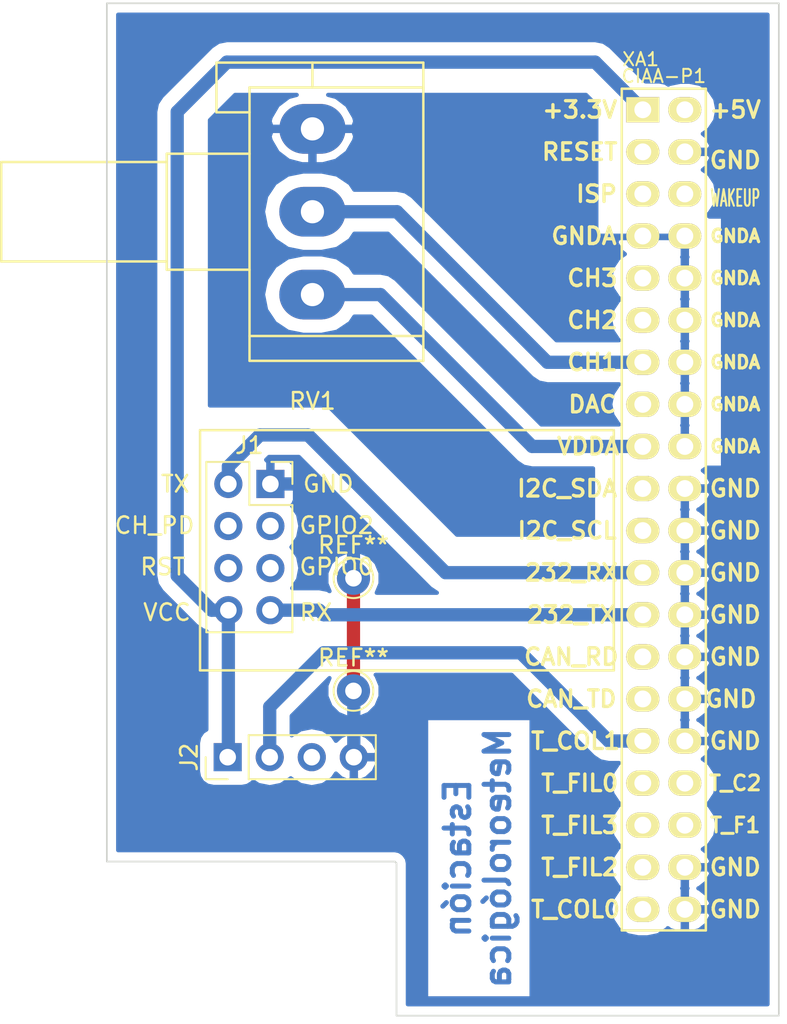
<source format=kicad_pcb>
(kicad_pcb (version 4) (host pcbnew 4.0.7)

  (general
    (links 25)
    (no_connects 0)
    (area 102.243919 53.898328 164.327896 125.610002)
    (thickness 1.6)
    (drawings 10)
    (tracks 35)
    (zones 0)
    (modules 6)
    (nets 31)
  )

  (page A4)
  (layers
    (0 F.Cu signal)
    (31 B.Cu signal)
    (32 B.Adhes user)
    (33 F.Adhes user)
    (34 B.Paste user)
    (35 F.Paste user)
    (36 B.SilkS user)
    (37 F.SilkS user)
    (38 B.Mask user)
    (39 F.Mask user)
    (40 Dwgs.User user hide)
    (41 Cmts.User user)
    (42 Eco1.User user)
    (43 Eco2.User user)
    (44 Edge.Cuts user)
    (45 Margin user)
    (46 B.CrtYd user)
    (47 F.CrtYd user)
    (48 B.Fab user)
    (49 F.Fab user)
  )

  (setup
    (last_trace_width 0.25)
    (trace_clearance 0.2)
    (zone_clearance 0.508)
    (zone_45_only yes)
    (trace_min 0.2)
    (segment_width 0.2)
    (edge_width 0.1)
    (via_size 0.6)
    (via_drill 0.4)
    (via_min_size 0.4)
    (via_min_drill 0.3)
    (uvia_size 0.3)
    (uvia_drill 0.1)
    (uvias_allowed no)
    (uvia_min_size 0.2)
    (uvia_min_drill 0.1)
    (pcb_text_width 0.3)
    (pcb_text_size 1.5 1.5)
    (mod_edge_width 0.15)
    (mod_text_size 1 1)
    (mod_text_width 0.15)
    (pad_size 1.5 1.5)
    (pad_drill 0.6)
    (pad_to_mask_clearance 0)
    (aux_axis_origin 0 0)
    (visible_elements 7FFFFFFF)
    (pcbplotparams
      (layerselection 0x00030_80000001)
      (usegerberextensions false)
      (excludeedgelayer true)
      (linewidth 0.100000)
      (plotframeref false)
      (viasonmask false)
      (mode 1)
      (useauxorigin false)
      (hpglpennumber 1)
      (hpglpenspeed 20)
      (hpglpendiameter 15)
      (hpglpenoverlay 2)
      (psnegative false)
      (psa4output false)
      (plotreference true)
      (plotvalue true)
      (plotinvisibletext false)
      (padsonsilk false)
      (subtractmaskfromsilk false)
      (outputformat 1)
      (mirror false)
      (drillshape 1)
      (scaleselection 1)
      (outputdirectory ""))
  )

  (net 0 "")
  (net 1 GNDD)
  (net 2 /rs232RXD)
  (net 3 "Net-(J1-Pad3)")
  (net 4 "Net-(J1-Pad4)")
  (net 5 "Net-(J1-Pad5)")
  (net 6 "Net-(J1-Pad6)")
  (net 7 /rs232TXD)
  (net 8 +3.3VP)
  (net 9 "Net-(J2-Pad2)")
  (net 10 "Net-(J2-Pad3)")
  (net 11 "Net-(RV1-Pad2)")
  (net 12 GNDA)
  (net 13 "Net-(RV1-Pad1)")
  (net 14 "Net-(XA1-Pad2)")
  (net 15 "Net-(XA1-Pad11)")
  (net 16 "Net-(XA1-Pad6)")
  (net 17 "Net-(XA1-Pad15)")
  (net 18 "Net-(XA1-Pad19)")
  (net 19 "Net-(XA1-Pad21)")
  (net 20 "Net-(XA1-Pad27)")
  (net 21 "Net-(XA1-Pad29)")
  (net 22 "Net-(XA1-Pad33)")
  (net 23 "Net-(XA1-Pad34)")
  (net 24 "Net-(XA1-Pad36)")
  (net 25 "Net-(XA1-Pad35)")
  (net 26 "Net-(XA1-Pad37)")
  (net 27 "Net-(XA1-Pad3)")
  (net 28 "Net-(XA1-Pad5)")
  (net 29 "Net-(XA1-Pad9)")
  (net 30 "Net-(XA1-Pad39)")

  (net_class Default "Esta es la clase de red por defecto."
    (clearance 0.2)
    (trace_width 0.25)
    (via_dia 0.6)
    (via_drill 0.4)
    (uvia_dia 0.3)
    (uvia_drill 0.1)
  )

  (net_class Poncho ""
    (clearance 0.8)
    (trace_width 0.8)
    (via_dia 1.6)
    (via_drill 0.6)
    (uvia_dia 0.3)
    (uvia_drill 0.1)
    (add_net +3.3VP)
    (add_net /rs232RXD)
    (add_net /rs232TXD)
    (add_net GNDA)
    (add_net GNDD)
    (add_net "Net-(J1-Pad3)")
    (add_net "Net-(J1-Pad4)")
    (add_net "Net-(J1-Pad5)")
    (add_net "Net-(J1-Pad6)")
    (add_net "Net-(J2-Pad2)")
    (add_net "Net-(J2-Pad3)")
    (add_net "Net-(RV1-Pad1)")
    (add_net "Net-(RV1-Pad2)")
    (add_net "Net-(XA1-Pad11)")
    (add_net "Net-(XA1-Pad15)")
    (add_net "Net-(XA1-Pad19)")
    (add_net "Net-(XA1-Pad2)")
    (add_net "Net-(XA1-Pad21)")
    (add_net "Net-(XA1-Pad27)")
    (add_net "Net-(XA1-Pad29)")
    (add_net "Net-(XA1-Pad3)")
    (add_net "Net-(XA1-Pad33)")
    (add_net "Net-(XA1-Pad34)")
    (add_net "Net-(XA1-Pad35)")
    (add_net "Net-(XA1-Pad36)")
    (add_net "Net-(XA1-Pad37)")
    (add_net "Net-(XA1-Pad39)")
    (add_net "Net-(XA1-Pad5)")
    (add_net "Net-(XA1-Pad6)")
    (add_net "Net-(XA1-Pad9)")
  )

  (module footprint:Conn_Poncho_Derecha (layer F.Cu) (tedit 5612F7EE) (tstamp 5A0229EB)
    (at 141.880001 70.125001)
    (tags "CONN Poncho")
    (path /59FA4502)
    (fp_text reference XA1 (at -0.127 -3.048) (layer F.SilkS)
      (effects (font (size 0.8 0.8) (thickness 0.12)))
    )
    (fp_text value Conn_Poncho2P_2x_20x2 (at -1.905 51.181) (layer F.SilkS) hide
      (effects (font (size 1.016 1.016) (thickness 0.2032)))
    )
    (fp_line (start -32.385 54.61) (end 8.255 54.61) (layer Dwgs.User) (width 0.15))
    (fp_line (start -32.385 -6.35) (end 8.255 -6.35) (layer Dwgs.User) (width 0.15))
    (fp_line (start -32.385 54.61) (end -32.385 -6.35) (layer Dwgs.User) (width 0.15))
    (fp_line (start 8.255 54.61) (end 8.255 -6.35) (layer Dwgs.User) (width 0.15))
    (fp_text user GND (at 5.588 48.26) (layer F.SilkS)
      (effects (font (size 1 1) (thickness 0.2)))
    )
    (fp_text user GND (at 5.588 45.72) (layer F.SilkS)
      (effects (font (size 1 1) (thickness 0.2)))
    )
    (fp_text user T_F1 (at 5.588 43.18) (layer F.SilkS)
      (effects (font (size 0.9 0.9) (thickness 0.18)))
    )
    (fp_text user T_C2 (at 5.588 40.64) (layer F.SilkS)
      (effects (font (size 0.9 0.9) (thickness 0.18)))
    )
    (fp_text user GND (at 5.588 38.1) (layer F.SilkS)
      (effects (font (size 1 1) (thickness 0.2)))
    )
    (fp_text user GND (at 5.334 35.56) (layer F.SilkS)
      (effects (font (size 1 1) (thickness 0.2)))
    )
    (fp_text user GND (at 5.588 33.02) (layer F.SilkS)
      (effects (font (size 1 1) (thickness 0.2)))
    )
    (fp_text user GND (at 5.588 30.48) (layer F.SilkS)
      (effects (font (size 1 1) (thickness 0.2)))
    )
    (fp_text user GND (at 5.588 27.94) (layer F.SilkS)
      (effects (font (size 1 1) (thickness 0.2)))
    )
    (fp_text user GND (at 5.588 25.4) (layer F.SilkS)
      (effects (font (size 1 1) (thickness 0.2)))
    )
    (fp_text user GND (at 5.588 22.86) (layer F.SilkS)
      (effects (font (size 1 1) (thickness 0.2)))
    )
    (fp_text user GNDA (at 5.588 20.32) (layer F.SilkS)
      (effects (font (size 0.76 0.76) (thickness 0.19)))
    )
    (fp_text user GNDA (at 5.588 17.78) (layer F.SilkS)
      (effects (font (size 0.76 0.76) (thickness 0.19)))
    )
    (fp_text user GNDA (at 5.588 15.24) (layer F.SilkS)
      (effects (font (size 0.76 0.76) (thickness 0.19)))
    )
    (fp_text user GNDA (at 5.588 12.7) (layer F.SilkS)
      (effects (font (size 0.76 0.76) (thickness 0.19)))
    )
    (fp_text user GNDA (at 5.588 10.16) (layer F.SilkS)
      (effects (font (size 0.76 0.76) (thickness 0.19)))
    )
    (fp_text user GNDA (at 5.588 7.62) (layer F.SilkS)
      (effects (font (size 0.76 0.76) (thickness 0.19)))
    )
    (fp_text user WAKEUP (at 5.588 5.334) (layer F.SilkS)
      (effects (font (size 1 0.5) (thickness 0.125)))
    )
    (fp_text user GND (at 5.588 3.048) (layer F.SilkS)
      (effects (font (size 1 1) (thickness 0.2)))
    )
    (fp_text user +5V (at 5.588 0) (layer F.SilkS)
      (effects (font (size 1 1) (thickness 0.2)))
    )
    (fp_text user T_COL0 (at -4.064 48.26) (layer F.SilkS)
      (effects (font (size 1 1) (thickness 0.2)))
    )
    (fp_text user T_FIL2 (at -3.81 45.72) (layer F.SilkS)
      (effects (font (size 1 1) (thickness 0.2)))
    )
    (fp_text user T_FIL3 (at -3.81 43.18) (layer F.SilkS)
      (effects (font (size 1 1) (thickness 0.2)))
    )
    (fp_text user T_FIL0 (at -3.81 40.64) (layer F.SilkS)
      (effects (font (size 1 1) (thickness 0.2)))
    )
    (fp_text user T_COL1 (at -4.064 38.1) (layer F.SilkS)
      (effects (font (size 1 1) (thickness 0.2)))
    )
    (fp_text user CAN_TD (at -4.318 35.56) (layer F.SilkS)
      (effects (font (size 1 1) (thickness 0.2)))
    )
    (fp_text user CAN_RD (at -4.318 33.02) (layer F.SilkS)
      (effects (font (size 1 1) (thickness 0.2)))
    )
    (fp_text user 232_TX (at -4.318 30.48) (layer F.SilkS)
      (effects (font (size 1 1) (thickness 0.2)))
    )
    (fp_text user 232_RX (at -4.318 27.94) (layer F.SilkS)
      (effects (font (size 1 1) (thickness 0.2)))
    )
    (fp_text user I2C_SCL (at -4.572 25.4) (layer F.SilkS)
      (effects (font (size 1 1) (thickness 0.2)))
    )
    (fp_text user I2C_SDA (at -4.572 22.86) (layer F.SilkS)
      (effects (font (size 1 1) (thickness 0.2)))
    )
    (fp_text user VDDA (at -3.302 20.32) (layer F.SilkS)
      (effects (font (size 1 1) (thickness 0.2)))
    )
    (fp_text user DAC (at -3.048 17.78) (layer F.SilkS)
      (effects (font (size 1 1) (thickness 0.2)))
    )
    (fp_text user CH1 (at -3.048 15.24) (layer F.SilkS)
      (effects (font (size 1 1) (thickness 0.2)))
    )
    (fp_text user CH2 (at -3.048 12.7) (layer F.SilkS)
      (effects (font (size 1 1) (thickness 0.2)))
    )
    (fp_text user CH3 (at -3.048 10.16) (layer F.SilkS)
      (effects (font (size 1 1) (thickness 0.2)))
    )
    (fp_text user GNDA (at -3.556 7.62) (layer F.SilkS)
      (effects (font (size 1 1) (thickness 0.2)))
    )
    (fp_text user ISP (at -2.794 5.08) (layer F.SilkS)
      (effects (font (size 1 1) (thickness 0.2)))
    )
    (fp_text user RESET (at -3.81 2.54) (layer F.SilkS)
      (effects (font (size 1 1) (thickness 0.2)))
    )
    (fp_text user CIAA-P1 (at 1.27 -2.032) (layer F.SilkS)
      (effects (font (size 0.8 0.8) (thickness 0.12)))
    )
    (fp_text user +3.3V (at -3.81 0) (layer F.SilkS)
      (effects (font (size 1 1) (thickness 0.2)))
    )
    (fp_line (start -1.27 49.53) (end -1.27 -1.27) (layer F.SilkS) (width 0.15))
    (fp_line (start 3.81 49.53) (end 3.81 -1.27) (layer F.SilkS) (width 0.15))
    (fp_line (start 3.81 49.53) (end -1.27 49.53) (layer F.SilkS) (width 0.15))
    (fp_line (start 3.81 -1.27) (end -1.27 -1.27) (layer F.SilkS) (width 0.15))
    (pad 1 thru_hole rect (at 0 0 270) (size 1.524 2) (drill 1.016) (layers *.Cu *.Mask F.SilkS)
      (net 8 +3.3VP))
    (pad 2 thru_hole oval (at 2.54 0 270) (size 1.524 2) (drill 1.016) (layers *.Cu *.Mask F.SilkS)
      (net 14 "Net-(XA1-Pad2)"))
    (pad 11 thru_hole oval (at 0 12.7 270) (size 1.524 2) (drill 1.016) (layers *.Cu *.Mask F.SilkS)
      (net 15 "Net-(XA1-Pad11)"))
    (pad 4 thru_hole oval (at 2.54 2.54 270) (size 1.524 2) (drill 1.016) (layers *.Cu *.Mask F.SilkS)
      (net 1 GNDD))
    (pad 13 thru_hole oval (at 0 15.24 270) (size 1.524 2) (drill 1.016) (layers *.Cu *.Mask F.SilkS)
      (net 11 "Net-(RV1-Pad2)"))
    (pad 6 thru_hole oval (at 2.54 5.08 270) (size 1.524 2) (drill 1.016) (layers *.Cu *.Mask F.SilkS)
      (net 16 "Net-(XA1-Pad6)"))
    (pad 15 thru_hole oval (at 0 17.78 270) (size 1.524 2) (drill 1.016) (layers *.Cu *.Mask F.SilkS)
      (net 17 "Net-(XA1-Pad15)"))
    (pad 8 thru_hole oval (at 2.54 7.62 270) (size 1.524 2) (drill 1.016) (layers *.Cu *.Mask F.SilkS)
      (net 12 GNDA))
    (pad 17 thru_hole oval (at 0 20.32 270) (size 1.524 2) (drill 1.016) (layers *.Cu *.Mask F.SilkS)
      (net 13 "Net-(RV1-Pad1)"))
    (pad 10 thru_hole oval (at 2.54 10.16 270) (size 1.524 2) (drill 1.016) (layers *.Cu *.Mask F.SilkS)
      (net 12 GNDA))
    (pad 19 thru_hole oval (at 0 22.86 270) (size 1.524 2) (drill 1.016) (layers *.Cu *.Mask F.SilkS)
      (net 18 "Net-(XA1-Pad19)"))
    (pad 12 thru_hole oval (at 2.54 12.7 270) (size 1.524 2) (drill 1.016) (layers *.Cu *.Mask F.SilkS)
      (net 12 GNDA))
    (pad 21 thru_hole oval (at 0 25.4 270) (size 1.524 2) (drill 1.016) (layers *.Cu *.Mask F.SilkS)
      (net 19 "Net-(XA1-Pad21)"))
    (pad 14 thru_hole oval (at 2.54 15.24 270) (size 1.524 2) (drill 1.016) (layers *.Cu *.Mask F.SilkS)
      (net 12 GNDA))
    (pad 23 thru_hole oval (at 0 27.94 270) (size 1.524 2) (drill 1.016) (layers *.Cu *.Mask F.SilkS)
      (net 2 /rs232RXD))
    (pad 16 thru_hole oval (at 2.54 17.78 270) (size 1.524 2) (drill 1.016) (layers *.Cu *.Mask F.SilkS)
      (net 12 GNDA))
    (pad 25 thru_hole oval (at 0 30.48 270) (size 1.524 2) (drill 1.016) (layers *.Cu *.Mask F.SilkS)
      (net 7 /rs232TXD))
    (pad 18 thru_hole oval (at 2.54 20.32 270) (size 1.524 2) (drill 1.016) (layers *.Cu *.Mask F.SilkS)
      (net 12 GNDA))
    (pad 27 thru_hole oval (at 0 33.02 270) (size 1.524 2) (drill 1.016) (layers *.Cu *.Mask F.SilkS)
      (net 20 "Net-(XA1-Pad27)"))
    (pad 20 thru_hole oval (at 2.54 22.86 270) (size 1.524 2) (drill 1.016) (layers *.Cu *.Mask F.SilkS)
      (net 1 GNDD))
    (pad 29 thru_hole oval (at 0 35.56 270) (size 1.524 2) (drill 1.016) (layers *.Cu *.Mask F.SilkS)
      (net 21 "Net-(XA1-Pad29)"))
    (pad 22 thru_hole oval (at 2.54 25.4 270) (size 1.524 2) (drill 1.016) (layers *.Cu *.Mask F.SilkS)
      (net 1 GNDD))
    (pad 31 thru_hole oval (at 0 38.1 270) (size 1.524 2) (drill 1.016) (layers *.Cu *.Mask F.SilkS)
      (net 9 "Net-(J2-Pad2)"))
    (pad 24 thru_hole oval (at 2.54 27.94 270) (size 1.524 2) (drill 1.016) (layers *.Cu *.Mask F.SilkS)
      (net 1 GNDD))
    (pad 26 thru_hole oval (at 2.54 30.48 270) (size 1.524 2) (drill 1.016) (layers *.Cu *.Mask F.SilkS)
      (net 1 GNDD))
    (pad 33 thru_hole oval (at 0 40.64 270) (size 1.524 2) (drill 1.016) (layers *.Cu *.Mask F.SilkS)
      (net 22 "Net-(XA1-Pad33)"))
    (pad 28 thru_hole oval (at 2.54 33.02 270) (size 1.524 2) (drill 1.016) (layers *.Cu *.Mask F.SilkS)
      (net 1 GNDD))
    (pad 32 thru_hole oval (at 2.54 38.1 270) (size 1.524 2) (drill 1.016) (layers *.Cu *.Mask F.SilkS)
      (net 1 GNDD))
    (pad 34 thru_hole oval (at 2.54 40.64 270) (size 1.524 2) (drill 1.016) (layers *.Cu *.Mask F.SilkS)
      (net 23 "Net-(XA1-Pad34)"))
    (pad 36 thru_hole oval (at 2.54 43.18 270) (size 1.524 2) (drill 1.016) (layers *.Cu *.Mask F.SilkS)
      (net 24 "Net-(XA1-Pad36)"))
    (pad 38 thru_hole oval (at 2.54 45.72 270) (size 1.524 2) (drill 1.016) (layers *.Cu *.Mask F.SilkS)
      (net 1 GNDD))
    (pad 35 thru_hole oval (at 0 43.18 270) (size 1.524 2) (drill 1.016) (layers *.Cu *.Mask F.SilkS)
      (net 25 "Net-(XA1-Pad35)"))
    (pad 37 thru_hole oval (at 0 45.72 270) (size 1.524 2) (drill 1.016) (layers *.Cu *.Mask F.SilkS)
      (net 26 "Net-(XA1-Pad37)"))
    (pad 3 thru_hole oval (at 0 2.54 270) (size 1.524 2) (drill 1.016) (layers *.Cu *.Mask F.SilkS)
      (net 27 "Net-(XA1-Pad3)"))
    (pad 5 thru_hole oval (at 0 5.08 270) (size 1.524 2) (drill 1.016) (layers *.Cu *.Mask F.SilkS)
      (net 28 "Net-(XA1-Pad5)"))
    (pad 7 thru_hole oval (at 0 7.62 270) (size 1.524 2) (drill 1.016) (layers *.Cu *.Mask F.SilkS)
      (net 12 GNDA))
    (pad 9 thru_hole oval (at 0 10.16 270) (size 1.524 2) (drill 1.016) (layers *.Cu *.Mask F.SilkS)
      (net 29 "Net-(XA1-Pad9)"))
    (pad 39 thru_hole oval (at 0 48.26 270) (size 1.524 2) (drill 1.016) (layers *.Cu *.Mask F.SilkS)
      (net 30 "Net-(XA1-Pad39)"))
    (pad 40 thru_hole oval (at 2.54 48.26 270) (size 1.524 2) (drill 1.016) (layers *.Cu *.Mask F.SilkS)
      (net 1 GNDD))
    (pad 30 thru_hole oval (at 2.54 35.56 270) (size 1.524 2) (drill 1.016) (layers *.Cu *.Mask F.SilkS)
      (net 1 GNDD))
  )

  (module footprint:Conector_ESP01 (layer F.Cu) (tedit 5A020CE8) (tstamp 5A0229B0)
    (at 119.38 92.71)
    (descr Conector_ESP01)
    (tags "Through hole socket strip THT 2x04 2.54mm double row")
    (path /5A020E0D)
    (fp_text reference J1 (at -1.27 -2.33) (layer F.SilkS)
      (effects (font (size 1 1) (thickness 0.15)))
    )
    (fp_text value Conn_ESP8266 (at -1.27 9.95) (layer F.Fab)
      (effects (font (size 1 1) (thickness 0.15)))
    )
    (fp_text user VCC (at -6.25 7.75) (layer F.SilkS)
      (effects (font (size 1 1) (thickness 0.15)))
    )
    (fp_text user RST (at -6.5 5) (layer F.SilkS)
      (effects (font (size 1 1) (thickness 0.15)))
    )
    (fp_text user CH_PD (at -7 2.5) (layer F.SilkS)
      (effects (font (size 1 1) (thickness 0.15)))
    )
    (fp_text user TX (at -5.75 0) (layer F.SilkS)
      (effects (font (size 1 1) (thickness 0.15)))
    )
    (fp_text user RX (at 2.75 7.75) (layer F.SilkS)
      (effects (font (size 1 1) (thickness 0.15)))
    )
    (fp_text user GPIO0 (at 4 5) (layer F.SilkS)
      (effects (font (size 1 1) (thickness 0.15)))
    )
    (fp_text user GPIO2 (at 4 2.5) (layer F.SilkS)
      (effects (font (size 1 1) (thickness 0.15)))
    )
    (fp_text user GND (at 3.5 0) (layer F.SilkS)
      (effects (font (size 1 1) (thickness 0.15)))
    )
    (fp_line (start -4.25 -3.25) (end -4.25 11.25) (layer F.SilkS) (width 0.15))
    (fp_line (start -4.25 11.25) (end 20.75 11.25) (layer F.SilkS) (width 0.15))
    (fp_line (start 20.75 11.25) (end 20.75 -3.25) (layer F.SilkS) (width 0.15))
    (fp_line (start 20.75 -3.25) (end -4.25 -3.25) (layer F.SilkS) (width 0.15))
    (fp_line (start -3.81 -1.27) (end -3.81 8.89) (layer F.Fab) (width 0.1))
    (fp_line (start -3.81 8.89) (end 1.27 8.89) (layer F.Fab) (width 0.1))
    (fp_line (start 1.27 8.89) (end 1.27 -1.27) (layer F.Fab) (width 0.1))
    (fp_line (start 1.27 -1.27) (end -3.81 -1.27) (layer F.Fab) (width 0.1))
    (fp_line (start 1.33 1.27) (end 1.33 8.95) (layer F.SilkS) (width 0.12))
    (fp_line (start 1.33 8.95) (end -3.87 8.95) (layer F.SilkS) (width 0.12))
    (fp_line (start -3.87 8.95) (end -3.87 -1.33) (layer F.SilkS) (width 0.12))
    (fp_line (start -3.87 -1.33) (end -1.27 -1.33) (layer F.SilkS) (width 0.12))
    (fp_line (start -1.27 -1.33) (end -1.27 1.27) (layer F.SilkS) (width 0.12))
    (fp_line (start -1.27 1.27) (end 1.33 1.27) (layer F.SilkS) (width 0.12))
    (fp_line (start 1.33 0) (end 1.33 -1.33) (layer F.SilkS) (width 0.12))
    (fp_line (start 1.33 -1.33) (end 0.06 -1.33) (layer F.SilkS) (width 0.12))
    (fp_line (start -4.35 -1.8) (end -4.35 9.4) (layer F.CrtYd) (width 0.05))
    (fp_line (start -4.35 9.4) (end 1.8 9.4) (layer F.CrtYd) (width 0.05))
    (fp_line (start 1.8 9.4) (end 1.8 -1.8) (layer F.CrtYd) (width 0.05))
    (fp_line (start 1.8 -1.8) (end -4.35 -1.8) (layer F.CrtYd) (width 0.05))
    (fp_text user %R (at -1.27 -2.33) (layer F.Fab)
      (effects (font (size 1 1) (thickness 0.15)))
    )
    (pad 1 thru_hole rect (at 0 0) (size 1.7 1.7) (drill 1) (layers *.Cu *.Mask)
      (net 1 GNDD))
    (pad 2 thru_hole oval (at -2.54 0) (size 1.7 1.7) (drill 1) (layers *.Cu *.Mask)
      (net 2 /rs232RXD))
    (pad 3 thru_hole oval (at 0 2.54) (size 1.7 1.7) (drill 1) (layers *.Cu *.Mask)
      (net 3 "Net-(J1-Pad3)"))
    (pad 4 thru_hole oval (at -2.54 2.54) (size 1.7 1.7) (drill 1) (layers *.Cu *.Mask)
      (net 4 "Net-(J1-Pad4)"))
    (pad 5 thru_hole oval (at 0 5.08) (size 1.7 1.7) (drill 1) (layers *.Cu *.Mask)
      (net 5 "Net-(J1-Pad5)"))
    (pad 6 thru_hole oval (at -2.54 5.08) (size 1.7 1.7) (drill 1) (layers *.Cu *.Mask)
      (net 6 "Net-(J1-Pad6)"))
    (pad 7 thru_hole oval (at 0 7.62) (size 1.7 1.7) (drill 1) (layers *.Cu *.Mask)
      (net 7 /rs232TXD))
    (pad 8 thru_hole oval (at -2.54 7.62) (size 1.7 1.7) (drill 1) (layers *.Cu *.Mask)
      (net 8 +3.3VP))
    (model ${KISYS3DMOD}/Socket_Strips.3dshapes/Socket_Strip_Straight_2x04_Pitch2.54mm.wrl
      (at (xyz -0.05 -0.15 0))
      (scale (xyz 1 1 1))
      (rotate (xyz 0 0 270))
    )
  )

  (module footprint:Socket_Strip_Straight_1x04_Pitch2.54mm (layer F.Cu) (tedit 58CD5446) (tstamp 5A0229B8)
    (at 116.8 109.2 90)
    (descr "Through hole straight socket strip, 1x04, 2.54mm pitch, single row")
    (tags "Through hole socket strip THT 1x04 2.54mm single row")
    (path /59FA4698)
    (fp_text reference J2 (at 0 -2.33 90) (layer F.SilkS)
      (effects (font (size 1 1) (thickness 0.15)))
    )
    (fp_text value Conn_DHT11 (at 0 9.95 90) (layer F.Fab)
      (effects (font (size 1 1) (thickness 0.15)))
    )
    (fp_line (start -1.27 -1.27) (end -1.27 8.89) (layer F.Fab) (width 0.1))
    (fp_line (start -1.27 8.89) (end 1.27 8.89) (layer F.Fab) (width 0.1))
    (fp_line (start 1.27 8.89) (end 1.27 -1.27) (layer F.Fab) (width 0.1))
    (fp_line (start 1.27 -1.27) (end -1.27 -1.27) (layer F.Fab) (width 0.1))
    (fp_line (start -1.33 1.27) (end -1.33 8.95) (layer F.SilkS) (width 0.12))
    (fp_line (start -1.33 8.95) (end 1.33 8.95) (layer F.SilkS) (width 0.12))
    (fp_line (start 1.33 8.95) (end 1.33 1.27) (layer F.SilkS) (width 0.12))
    (fp_line (start 1.33 1.27) (end -1.33 1.27) (layer F.SilkS) (width 0.12))
    (fp_line (start -1.33 0) (end -1.33 -1.33) (layer F.SilkS) (width 0.12))
    (fp_line (start -1.33 -1.33) (end 0 -1.33) (layer F.SilkS) (width 0.12))
    (fp_line (start -1.8 -1.8) (end -1.8 9.4) (layer F.CrtYd) (width 0.05))
    (fp_line (start -1.8 9.4) (end 1.8 9.4) (layer F.CrtYd) (width 0.05))
    (fp_line (start 1.8 9.4) (end 1.8 -1.8) (layer F.CrtYd) (width 0.05))
    (fp_line (start 1.8 -1.8) (end -1.8 -1.8) (layer F.CrtYd) (width 0.05))
    (fp_text user %R (at 0 -2.33 90) (layer F.Fab)
      (effects (font (size 1 1) (thickness 0.15)))
    )
    (pad 1 thru_hole rect (at 0 0 90) (size 1.7 1.7) (drill 1) (layers *.Cu *.Mask)
      (net 8 +3.3VP))
    (pad 2 thru_hole oval (at 0 2.54 90) (size 1.7 1.7) (drill 1) (layers *.Cu *.Mask)
      (net 9 "Net-(J2-Pad2)"))
    (pad 3 thru_hole oval (at 0 5.08 90) (size 1.7 1.7) (drill 1) (layers *.Cu *.Mask)
      (net 10 "Net-(J2-Pad3)"))
    (pad 4 thru_hole oval (at 0 7.62 90) (size 1.7 1.7) (drill 1) (layers *.Cu *.Mask)
      (net 1 GNDD))
    (model ${KISYS3DMOD}/Socket_Strips.3dshapes/Socket_Strip_Straight_1x04_Pitch2.54mm.wrl
      (at (xyz 0 -0.15 0))
      (scale (xyz 1 1 1))
      (rotate (xyz 0 0 270))
    )
  )

  (module footprint:Potentiometer_Alps-RK16-single_largePads (layer F.Cu) (tedit 5446FD75) (tstamp 5A0229BF)
    (at 121.92 81.28 180)
    (descr "Potentiometer, Alps, RK16, single, large Pads, RevA, 30 July 2010,")
    (tags "Potentiometer, Alps, RK16, single, large Pads, RevA, 30 July 2010,")
    (path /59FA4945)
    (fp_text reference RV1 (at 0 -6.42874 180) (layer F.SilkS)
      (effects (font (size 1 1) (thickness 0.15)))
    )
    (fp_text value POT (at 0 16.43126 180) (layer F.Fab)
      (effects (font (size 1 1) (thickness 0.15)))
    )
    (fp_line (start 0 14.00048) (end -6.70052 14.00048) (layer F.SilkS) (width 0.15))
    (fp_line (start -6.70052 14.00048) (end -6.70052 12.40028) (layer F.SilkS) (width 0.15))
    (fp_line (start 3.79984 -2.49936) (end 3.79984 -3.99796) (layer F.SilkS) (width 0.15))
    (fp_line (start 3.79984 -3.99796) (end -6.70052 -3.99796) (layer F.SilkS) (width 0.15))
    (fp_line (start -6.70052 -3.99796) (end -6.70052 -2.49936) (layer F.SilkS) (width 0.15))
    (fp_line (start 3.79984 11.00074) (end 5.79882 11.00074) (layer F.SilkS) (width 0.15))
    (fp_line (start 5.79882 11.00074) (end 5.79882 14.00048) (layer F.SilkS) (width 0.15))
    (fp_line (start 5.79882 14.00048) (end 0 14.00048) (layer F.SilkS) (width 0.15))
    (fp_line (start 0 14.00048) (end 0 12.50188) (layer F.SilkS) (width 0.15))
    (fp_line (start 8.8011 2.00152) (end 18.80108 2.00152) (layer F.SilkS) (width 0.15))
    (fp_line (start 18.80108 2.00152) (end 18.80108 8.001) (layer F.SilkS) (width 0.15))
    (fp_line (start 18.80108 8.001) (end 8.8011 8.001) (layer F.SilkS) (width 0.15))
    (fp_line (start 3.79984 1.50114) (end 8.8011 1.50114) (layer F.SilkS) (width 0.15))
    (fp_line (start 8.8011 1.50114) (end 8.8011 8.50138) (layer F.SilkS) (width 0.15))
    (fp_line (start 8.8011 8.50138) (end 3.79984 8.50138) (layer F.SilkS) (width 0.15))
    (fp_line (start 3.79984 -2.49936) (end -6.70052 -2.49936) (layer F.SilkS) (width 0.15))
    (fp_line (start -6.70052 -2.49936) (end -6.70052 12.50188) (layer F.SilkS) (width 0.15))
    (fp_line (start -6.70052 12.50188) (end 3.79984 12.50188) (layer F.SilkS) (width 0.15))
    (fp_line (start 3.79984 12.50188) (end 3.79984 -2.49936) (layer F.SilkS) (width 0.15))
    (pad 2 thru_hole oval (at 0 5.00126 180) (size 4.0005 2.99974) (drill 1.39954) (layers *.Cu *.Mask)
      (net 11 "Net-(RV1-Pad2)"))
    (pad 3 thru_hole oval (at 0 10.00252 180) (size 4.0005 2.99974) (drill 1.39954) (layers *.Cu *.Mask)
      (net 12 GNDA))
    (pad 1 thru_hole oval (at 0 0 180) (size 4.0005 2.99974) (drill 1.39954) (layers *.Cu *.Mask)
      (net 13 "Net-(RV1-Pad1)"))
  )

  (module Connectors_TestPoints:Test_Point_THTPad_d2.0mm_Drill1.0mm (layer F.Cu) (tedit 59B53D9E) (tstamp 5A0BB7AD)
    (at 124.4 98.4)
    (descr "THT pad as test Point, diameter 2.0mm, hole diameter 1.0mm")
    (tags "test point THT pad")
    (attr virtual)
    (fp_text reference REF** (at 0 -1.998) (layer F.SilkS)
      (effects (font (size 1 1) (thickness 0.15)))
    )
    (fp_text value Test_Point_THTPad_d2.0mm_Drill1.0mm (at 0 2.05) (layer F.Fab)
      (effects (font (size 1 1) (thickness 0.15)))
    )
    (fp_text user %R (at 0 -2) (layer F.Fab)
      (effects (font (size 1 1) (thickness 0.15)))
    )
    (fp_circle (center 0 0) (end 1.5 0) (layer F.CrtYd) (width 0.05))
    (fp_circle (center 0 0) (end 0 1.2) (layer F.SilkS) (width 0.12))
    (pad 1 np_thru_hole circle (at 0 0) (size 2 2) (drill 1) (layers *.Cu *.Mask))
  )

  (module Connectors_TestPoints:Test_Point_THTPad_d2.0mm_Drill1.0mm (layer F.Cu) (tedit 59B53D9E) (tstamp 5A0BB7BC)
    (at 124.4 105.2)
    (descr "THT pad as test Point, diameter 2.0mm, hole diameter 1.0mm")
    (tags "test point THT pad")
    (attr virtual)
    (fp_text reference REF** (at 0 -1.998) (layer F.SilkS)
      (effects (font (size 1 1) (thickness 0.15)))
    )
    (fp_text value Test_Point_THTPad_d2.0mm_Drill1.0mm (at 0 2.05) (layer F.Fab)
      (effects (font (size 1 1) (thickness 0.15)))
    )
    (fp_text user %R (at 0 -2) (layer F.Fab)
      (effects (font (size 1 1) (thickness 0.15)))
    )
    (fp_circle (center 0 0) (end 1.5 0) (layer F.CrtYd) (width 0.05))
    (fp_circle (center 0 0) (end 0 1.2) (layer F.SilkS) (width 0.12))
    (pad 1 np_thru_hole circle (at 0 0) (size 2 2) (drill 1) (layers *.Cu *.Mask))
  )

  (gr_text "Estación\nMeteorológica" (at 131.9 115.3 90) (layer B.Cu)
    (effects (font (size 1.5 1.5) (thickness 0.3)) (justify mirror))
  )
  (gr_line (start 127 124.8) (end 150.1 124.8) (angle 90) (layer Edge.Cuts) (width 0.1))
  (dimension 61.100082 (width 0.3) (layer Dwgs.User)
    (gr_text 61,100mm (at 158.399324 94.263665 89.9062263) (layer Dwgs.User)
      (effects (font (size 1.5 1.5) (thickness 0.3)))
    )
    (feature1 (pts (xy 150 124.8) (xy 159.699322 124.815875)))
    (feature2 (pts (xy 150.1 63.7) (xy 159.799322 63.715875)))
    (crossbar (pts (xy 157.099326 63.711456) (xy 156.999326 124.811456)))
    (arrow1a (pts (xy 156.999326 124.811456) (xy 156.41475 123.683994)))
    (arrow1b (pts (xy 156.999326 124.811456) (xy 157.58759 123.685914)))
    (arrow2a (pts (xy 157.099326 63.711456) (xy 156.511062 64.836998)))
    (arrow2b (pts (xy 157.099326 63.711456) (xy 157.683902 64.838918)))
  )
  (dimension 40.600123 (width 0.3) (layer Dwgs.User)
    (gr_text 40,600mm (at 129.820817 55.298324 359.8588777) (layer Dwgs.User)
      (effects (font (size 1.5 1.5) (thickness 0.3)))
    )
    (feature1 (pts (xy 150.1 63.8) (xy 150.124142 53.998328)))
    (feature2 (pts (xy 109.5 63.7) (xy 109.524142 53.898328)))
    (crossbar (pts (xy 109.517492 56.59832) (xy 150.117492 56.69832)))
    (arrow1a (pts (xy 150.117492 56.69832) (xy 148.989547 57.281964)))
    (arrow1b (pts (xy 150.117492 56.69832) (xy 148.992436 56.109126)))
    (arrow2a (pts (xy 109.517492 56.59832) (xy 110.642548 57.187514)))
    (arrow2b (pts (xy 109.517492 56.59832) (xy 110.645437 56.014676)))
  )
  (gr_line (start 127 115.6) (end 127 124.8) (angle 90) (layer Edge.Cuts) (width 0.1))
  (gr_line (start 126.9 115.5) (end 127 115.6) (angle 90) (layer Edge.Cuts) (width 0.1))
  (gr_line (start 109.5 115.5) (end 126.9 115.5) (angle 90) (layer Edge.Cuts) (width 0.1))
  (gr_line (start 109.5 63.7) (end 109.5 115.5) (angle 90) (layer Edge.Cuts) (width 0.1))
  (gr_line (start 150.1 63.7) (end 109.5 63.7) (angle 90) (layer Edge.Cuts) (width 0.1))
  (gr_line (start 150.1 124.7) (end 150.1 63.7) (angle 90) (layer Edge.Cuts) (width 0.1))

  (segment (start 119.38 92.71) (end 121.11 92.71) (width 0.8) (layer B.Cu) (net 1))
  (segment (start 121.11 92.71) (end 124.4 96) (width 0.8) (layer B.Cu) (net 1) (tstamp 5A08C3BC))
  (segment (start 124.4 96) (end 124.4 98.4) (width 0.8) (layer B.Cu) (net 1) (tstamp 5A08C3C0))
  (via (at 124.4 98.4) (size 1.6) (drill 0.6) (layers F.Cu B.Cu) (net 1))
  (segment (start 124.4 98.4) (end 124.4 105.2) (width 0.8) (layer F.Cu) (net 1) (tstamp 5A08C3C8))
  (via (at 124.4 105.2) (size 1.6) (drill 0.6) (layers F.Cu B.Cu) (net 1))
  (segment (start 124.4 105.2) (end 124.42 105.22) (width 0.8) (layer B.Cu) (net 1) (tstamp 5A08C3D0))
  (segment (start 124.42 105.22) (end 124.42 109.2) (width 0.8) (layer B.Cu) (net 1) (tstamp 5A08C3D1))
  (segment (start 116.84 92.71) (end 116.84 91.66) (width 0.8) (layer B.Cu) (net 2))
  (segment (start 129.965001 98.065001) (end 141.880001 98.065001) (width 0.8) (layer B.Cu) (net 2) (tstamp 5A023036))
  (segment (start 121.65 89.75) (end 129.965001 98.065001) (width 0.8) (layer B.Cu) (net 2) (tstamp 5A023031))
  (segment (start 118.75 89.75) (end 121.65 89.75) (width 0.8) (layer B.Cu) (net 2) (tstamp 5A02302F))
  (segment (start 116.84 91.66) (end 118.75 89.75) (width 0.8) (layer B.Cu) (net 2) (tstamp 5A02302C))
  (segment (start 119.38 100.33) (end 122.33 100.33) (width 0.8) (layer B.Cu) (net 7))
  (segment (start 122.605001 100.605001) (end 141.880001 100.605001) (width 0.8) (layer B.Cu) (net 7) (tstamp 5A023A51))
  (segment (start 122.33 100.33) (end 122.605001 100.605001) (width 0.8) (layer B.Cu) (net 7) (tstamp 5A023A47))
  (segment (start 116.84 100.33) (end 116.84 109.16) (width 0.8) (layer B.Cu) (net 8))
  (segment (start 116.84 109.16) (end 116.8 109.2) (width 0.8) (layer B.Cu) (net 8) (tstamp 5A08C2B6))
  (segment (start 116.84 100.33) (end 115.83 100.33) (width 0.8) (layer B.Cu) (net 8))
  (segment (start 139.005 67.25) (end 141.880001 70.125001) (width 0.8) (layer B.Cu) (net 8) (tstamp 5A023022))
  (segment (start 116.75 67.25) (end 139.005 67.25) (width 0.8) (layer B.Cu) (net 8) (tstamp 5A023020))
  (segment (start 113.75 70.25) (end 116.75 67.25) (width 0.8) (layer B.Cu) (net 8) (tstamp 5A02301E))
  (segment (start 113.75 98.25) (end 113.75 70.25) (width 0.8) (layer B.Cu) (net 8) (tstamp 5A02301A))
  (segment (start 115.83 100.33) (end 113.75 98.25) (width 0.8) (layer B.Cu) (net 8) (tstamp 5A023019))
  (segment (start 119.34 109.2) (end 119.34 106.159999) (width 0.8) (layer B.Cu) (net 9))
  (segment (start 139.825001 108.225001) (end 141.880001 108.225001) (width 0.8) (layer B.Cu) (net 9) (tstamp 5A08C380))
  (segment (start 134.5 102.9) (end 139.825001 108.225001) (width 0.8) (layer B.Cu) (net 9) (tstamp 5A08C37A))
  (segment (start 122.599999 102.9) (end 134.5 102.9) (width 0.8) (layer B.Cu) (net 9) (tstamp 5A08C376))
  (segment (start 119.34 106.159999) (end 122.599999 102.9) (width 0.8) (layer B.Cu) (net 9) (tstamp 5A08C372))
  (segment (start 121.92 76.27874) (end 127.02874 76.27874) (width 0.8) (layer B.Cu) (net 11))
  (segment (start 136.115001 85.365001) (end 141.880001 85.365001) (width 0.8) (layer B.Cu) (net 11) (tstamp 5A022FBA))
  (segment (start 127.02874 76.27874) (end 136.115001 85.365001) (width 0.8) (layer B.Cu) (net 11) (tstamp 5A022FAC))
  (segment (start 121.92 81.28) (end 126.03 81.28) (width 0.8) (layer B.Cu) (net 13))
  (segment (start 135.195001 90.445001) (end 141.880001 90.445001) (width 0.8) (layer B.Cu) (net 13) (tstamp 5A022FD6))
  (segment (start 126.03 81.28) (end 135.195001 90.445001) (width 0.8) (layer B.Cu) (net 13) (tstamp 5A022FD1))

  (zone (net 1) (net_name GNDD) (layer B.Cu) (tstamp 5A08C590) (hatch edge 0.508)
    (connect_pads (clearance 0.508))
    (min_thickness 0.254)
    (fill yes (arc_segments 16) (thermal_gap 0.508) (thermal_bridge_width 0.508))
    (polygon
      (pts
        (xy 150.6 125.3) (xy 126.5 125.2) (xy 126.5 116.1) (xy 109 116.1) (xy 109.1 63.5)
        (xy 150.6 63.5)
      )
    )
    (polygon
      (pts        (xy 117.1 68.4) (xy 114.9 70.6) (xy 114.9 88.7) (xy 122.4 88.7) (xy 130.3 96.6)
        (xy 139.7 96.6) (xy 139.7 91.6) (xy 146.6 91.6) (xy 146.6 76.7) (xy 140 76.7)
        (xy 140 69.8) (xy 138.6 68.4)
      )
    )
    (filled_polygon
      (pts
        (xy 149.415 124.115) (xy 127.685 124.115) (xy 127.685 115.6) (xy 127.632857 115.337862) (xy 127.484368 115.115632)
        (xy 127.384368 115.015632) (xy 127.162138 114.867143) (xy 126.9 114.815) (xy 110.185 114.815) (xy 110.185 70.25)
        (xy 112.423 70.25) (xy 112.423 98.25) (xy 112.524012 98.757821) (xy 112.811669 99.188331) (xy 114.891669 101.268331)
        (xy 115.322179 101.555988) (xy 115.513 101.593945) (xy 115.513 107.529627) (xy 115.290967 107.672501) (xy 115.079304 107.982279)
        (xy 115.004839 108.35) (xy 115.004839 110.05) (xy 115.069478 110.393526) (xy 115.272501 110.709033) (xy 115.582279 110.920696)
        (xy 115.95 110.995161) (xy 117.65 110.995161) (xy 117.993526 110.930522) (xy 118.309033 110.727499) (xy 118.349114 110.668839)
        (xy 118.659972 110.876547) (xy 119.34 111.011813) (xy 120.020028 110.876547) (xy 120.596529 110.491342) (xy 120.61 110.471181)
        (xy 120.623471 110.491342) (xy 121.199972 110.876547) (xy 121.88 111.011813) (xy 122.560028 110.876547) (xy 123.136529 110.491342)
        (xy 123.340207 110.186516) (xy 123.653076 110.471645) (xy 124.06311 110.641476) (xy 124.293 110.520155) (xy 124.293 109.327)
        (xy 124.547 109.327) (xy 124.547 110.520155) (xy 124.77689 110.641476) (xy 125.186924 110.471645) (xy 125.615183 110.081358)
        (xy 125.861486 109.556892) (xy 125.740819 109.327) (xy 124.547 109.327) (xy 124.293 109.327) (xy 124.273 109.327)
        (xy 124.273 109.073) (xy 124.293 109.073) (xy 124.293 107.879845) (xy 124.547 107.879845) (xy 124.547 109.073)
        (xy 125.740819 109.073) (xy 125.861486 108.843108) (xy 125.615183 108.318642) (xy 125.186924 107.928355) (xy 124.77689 107.758524)
        (xy 124.547 107.879845) (xy 124.293 107.879845) (xy 124.06311 107.758524) (xy 123.653076 107.928355) (xy 123.340207 108.213484)
        (xy 123.136529 107.908658) (xy 122.560028 107.523453) (xy 121.88 107.388187) (xy 121.199972 107.523453) (xy 120.667 107.879573)
        (xy 120.667 106.843571) (xy 128.79 106.843571) (xy 128.79 123.756428) (xy 135.16 123.756428) (xy 135.16 106.843571)
        (xy 128.79 106.843571) (xy 120.667 106.843571) (xy 120.667 106.709661) (xy 122.95131 104.425351) (xy 122.765284 104.873352)
        (xy 122.764716 105.523795) (xy 123.013106 106.124943) (xy 123.472637 106.585278) (xy 124.073352 106.834716) (xy 124.723795 106.835284)
        (xy 125.324943 106.586894) (xy 125.785278 106.127363) (xy 126.034716 105.526648) (xy 126.035284 104.876205) (xy 125.786894 104.275057)
        (xy 125.738921 104.227) (xy 133.950338 104.227) (xy 138.886668 109.163329) (xy 138.88667 109.163332) (xy 139.31718 109.450989)
        (xy 139.401434 109.467748) (xy 139.825001 109.552002) (xy 139.825006 109.552001) (xy 140.437928 109.552001) (xy 140.409946 109.570698)
        (xy 140.043816 110.118649) (xy 139.915249 110.765001) (xy 140.043816 111.411353) (xy 140.409946 111.959304) (xy 140.523234 112.035001)
        (xy 140.409946 112.110698) (xy 140.043816 112.658649) (xy 139.915249 113.305001) (xy 140.043816 113.951353) (xy 140.409946 114.499304)
        (xy 140.523234 114.575001) (xy 140.409946 114.650698) (xy 140.043816 115.198649) (xy 139.915249 115.845001) (xy 140.043816 116.491353)
        (xy 140.409946 117.039304) (xy 140.523234 117.115001) (xy 140.409946 117.190698) (xy 140.043816 117.738649) (xy 139.915249 118.385001)
        (xy 140.043816 119.031353) (xy 140.409946 119.579304) (xy 140.957897 119.945434) (xy 141.604249 120.074001) (xy 142.155753 120.074001)
        (xy 142.802105 119.945434) (xy 143.350056 119.579304) (xy 143.391075 119.517914) (xy 143.544087 119.638423) (xy 144.072309 119.787131)
        (xy 144.293001 119.628278) (xy 144.293001 118.512001) (xy 144.547001 118.512001) (xy 144.547001 119.628278) (xy 144.767693 119.787131)
        (xy 145.295915 119.638423) (xy 145.727021 119.298893) (xy 145.995378 118.820231) (xy 146.012221 118.728071) (xy 145.889721 118.512001)
        (xy 144.547001 118.512001) (xy 144.293001 118.512001) (xy 144.273001 118.512001) (xy 144.273001 118.258001) (xy 144.293001 118.258001)
        (xy 144.293001 117.141724) (xy 144.255875 117.115001) (xy 144.293001 117.088278) (xy 144.293001 115.972001) (xy 144.547001 115.972001)
        (xy 144.547001 117.088278) (xy 144.584127 117.115001) (xy 144.547001 117.141724) (xy 144.547001 118.258001) (xy 145.889721 118.258001)
        (xy 146.012221 118.041931) (xy 145.995378 117.949771) (xy 145.727021 117.471109) (xy 145.295915 117.131579) (xy 145.237029 117.115001)
        (xy 145.295915 117.098423) (xy 145.727021 116.758893) (xy 145.995378 116.280231) (xy 146.012221 116.188071) (xy 145.889721 115.972001)
        (xy 144.547001 115.972001) (xy 144.293001 115.972001) (xy 144.273001 115.972001) (xy 144.273001 115.718001) (xy 144.293001 115.718001)
        (xy 144.293001 115.698001) (xy 144.547001 115.698001) (xy 144.547001 115.718001) (xy 145.889721 115.718001) (xy 146.012221 115.501931)
        (xy 145.995378 115.409771) (xy 145.727021 114.931109) (xy 145.505234 114.756434) (xy 145.890056 114.499304) (xy 146.256186 113.951353)
        (xy 146.384753 113.305001) (xy 146.256186 112.658649) (xy 145.890056 112.110698) (xy 145.776768 112.035001) (xy 145.890056 111.959304)
        (xy 146.256186 111.411353) (xy 146.384753 110.765001) (xy 146.256186 110.118649) (xy 145.890056 109.570698) (xy 145.505234 109.313568)
        (xy 145.727021 109.138893) (xy 145.995378 108.660231) (xy 146.012221 108.568071) (xy 145.889721 108.352001) (xy 144.547001 108.352001)
        (xy 144.547001 108.372001) (xy 144.293001 108.372001) (xy 144.293001 108.352001) (xy 144.273001 108.352001) (xy 144.273001 108.098001)
        (xy 144.293001 108.098001) (xy 144.293001 106.981724) (xy 144.255875 106.955001) (xy 144.293001 106.928278) (xy 144.293001 105.812001)
        (xy 144.547001 105.812001) (xy 144.547001 106.928278) (xy 144.584127 106.955001) (xy 144.547001 106.981724) (xy 144.547001 108.098001)
        (xy 145.889721 108.098001) (xy 146.012221 107.881931) (xy 145.995378 107.789771) (xy 145.727021 107.311109) (xy 145.295915 106.971579)
        (xy 145.237029 106.955001) (xy 145.295915 106.938423) (xy 145.727021 106.598893) (xy 145.995378 106.120231) (xy 146.012221 106.028071)
        (xy 145.889721 105.812001) (xy 144.547001 105.812001) (xy 144.293001 105.812001) (xy 144.273001 105.812001) (xy 144.273001 105.558001)
        (xy 144.293001 105.558001) (xy 144.293001 104.441724) (xy 144.255875 104.415001) (xy 144.293001 104.388278) (xy 144.293001 103.272001)
        (xy 144.547001 103.272001) (xy 144.547001 104.388278) (xy 144.584127 104.415001) (xy 144.547001 104.441724) (xy 144.547001 105.558001)
        (xy 145.889721 105.558001) (xy 146.012221 105.341931) (xy 145.995378 105.249771) (xy 145.727021 104.771109) (xy 145.295915 104.431579)
        (xy 145.237029 104.415001) (xy 145.295915 104.398423) (xy 145.727021 104.058893) (xy 145.995378 103.580231) (xy 146.012221 103.488071)
        (xy 145.889721 103.272001) (xy 144.547001 103.272001) (xy 144.293001 103.272001) (xy 144.273001 103.272001) (xy 144.273001 103.018001)
        (xy 144.293001 103.018001) (xy 144.293001 101.901724) (xy 144.255875 101.875001) (xy 144.293001 101.848278) (xy 144.293001 100.732001)
        (xy 144.547001 100.732001) (xy 144.547001 101.848278) (xy 144.584127 101.875001) (xy 144.547001 101.901724) (xy 144.547001 103.018001)
        (xy 145.889721 103.018001) (xy 146.012221 102.801931) (xy 145.995378 102.709771) (xy 145.727021 102.231109) (xy 145.295915 101.891579)
        (xy 145.237029 101.875001) (xy 145.295915 101.858423) (xy 145.727021 101.518893) (xy 145.995378 101.040231) (xy 146.012221 100.948071)
        (xy 145.889721 100.732001) (xy 144.547001 100.732001) (xy 144.293001 100.732001) (xy 144.273001 100.732001) (xy 144.273001 100.478001)
        (xy 144.293001 100.478001) (xy 144.293001 99.361724) (xy 144.255875 99.335001) (xy 144.293001 99.308278) (xy 144.293001 98.192001)
        (xy 144.547001 98.192001) (xy 144.547001 99.308278) (xy 144.584127 99.335001) (xy 144.547001 99.361724) (xy 144.547001 100.478001)
        (xy 145.889721 100.478001) (xy 146.012221 100.261931) (xy 145.995378 100.169771) (xy 145.727021 99.691109) (xy 145.295915 99.351579)
        (xy 145.237029 99.335001) (xy 145.295915 99.318423) (xy 145.727021 98.978893) (xy 145.995378 98.500231) (xy 146.012221 98.408071)
        (xy 145.889721 98.192001) (xy 144.547001 98.192001) (xy 144.293001 98.192001) (xy 144.273001 98.192001) (xy 144.273001 97.938001)
        (xy 144.293001 97.938001) (xy 144.293001 96.821724) (xy 144.255875 96.795001) (xy 144.293001 96.768278) (xy 144.293001 95.652001)
        (xy 144.547001 95.652001) (xy 144.547001 96.768278) (xy 144.584127 96.795001) (xy 144.547001 96.821724) (xy 144.547001 97.938001)
        (xy 145.889721 97.938001) (xy 146.012221 97.721931) (xy 145.995378 97.629771) (xy 145.727021 97.151109) (xy 145.295915 96.811579)
        (xy 145.237029 96.795001) (xy 145.295915 96.778423) (xy 145.727021 96.438893) (xy 145.995378 95.960231) (xy 146.012221 95.868071)
        (xy 145.889721 95.652001) (xy 144.547001 95.652001) (xy 144.293001 95.652001) (xy 144.273001 95.652001) (xy 144.273001 95.398001)
        (xy 144.293001 95.398001) (xy 144.293001 94.281724) (xy 144.255875 94.255001) (xy 144.293001 94.228278) (xy 144.293001 93.112001)
        (xy 144.547001 93.112001) (xy 144.547001 94.228278) (xy 144.584127 94.255001) (xy 144.547001 94.281724) (xy 144.547001 95.398001)
        (xy 145.889721 95.398001) (xy 146.012221 95.181931) (xy 145.995378 95.089771) (xy 145.727021 94.611109) (xy 145.295915 94.271579)
        (xy 145.237029 94.255001) (xy 145.295915 94.238423) (xy 145.727021 93.898893) (xy 145.995378 93.420231) (xy 146.012221 93.328071)
        (xy 145.889721 93.112001) (xy 144.547001 93.112001) (xy 144.293001 93.112001) (xy 144.273001 93.112001) (xy 144.273001 92.858001)
        (xy 144.293001 92.858001) (xy 144.293001 92.838001) (xy 144.547001 92.838001) (xy 144.547001 92.858001) (xy 145.889721 92.858001)
        (xy 146.012221 92.641931) (xy 145.995378 92.549771) (xy 145.727021 92.071109) (xy 145.505234 91.896434) (xy 145.75881 91.727)
        (xy 146.6 91.727) (xy 146.64941 91.716994) (xy 146.691035 91.688553) (xy 146.718315 91.646159) (xy 146.727 91.6)
        (xy 146.727 76.7) (xy 146.716994 76.65059) (xy 146.688553 76.608965) (xy 146.646159 76.581685) (xy 146.6 76.573)
        (xy 145.904958 76.573) (xy 145.890056 76.550698) (xy 145.776768 76.475001) (xy 145.890056 76.399304) (xy 146.256186 75.851353)
        (xy 146.384753 75.205001) (xy 146.256186 74.558649) (xy 145.890056 74.010698) (xy 145.505234 73.753568) (xy 145.727021 73.578893)
        (xy 145.995378 73.100231) (xy 146.012221 73.008071) (xy 145.889721 72.792001) (xy 144.547001 72.792001) (xy 144.547001 72.812001)
        (xy 144.293001 72.812001) (xy 144.293001 72.792001) (xy 144.273001 72.792001) (xy 144.273001 72.538001) (xy 144.293001 72.538001)
        (xy 144.293001 72.518001) (xy 144.547001 72.518001) (xy 144.547001 72.538001) (xy 145.889721 72.538001) (xy 146.012221 72.321931)
        (xy 145.995378 72.229771) (xy 145.727021 71.751109) (xy 145.505234 71.576434) (xy 145.890056 71.319304) (xy 146.256186 70.771353)
        (xy 146.384753 70.125001) (xy 146.256186 69.478649) (xy 145.890056 68.930698) (xy 145.342105 68.564568) (xy 144.695753 68.436001)
        (xy 144.144249 68.436001) (xy 143.497897 68.564568) (xy 143.424883 68.613354) (xy 143.247722 68.492305) (xy 142.880001 68.41784)
        (xy 142.049501 68.41784) (xy 139.943331 66.311669) (xy 139.512821 66.024012) (xy 139.005 65.923) (xy 116.750005 65.923)
        (xy 116.75 65.922999) (xy 116.242179 66.024012) (xy 115.811669 66.311669) (xy 115.811667 66.311672) (xy 112.811669 69.311669)
        (xy 112.524012 69.742179) (xy 112.423 70.25) (xy 110.185 70.25) (xy 110.185 64.385) (xy 149.415 64.385)
      )
    )
    (filled_polygon
      (pts
        (xy 129.02667 99.003332) (xy 129.437742 99.278001) (xy 125.805775 99.278001) (xy 126.034716 98.726648) (xy 126.035284 98.076205)
        (xy 125.786894 97.475057) (xy 125.327363 97.014722) (xy 124.726648 96.765284) (xy 124.076205 96.764716) (xy 123.475057 97.013106)
        (xy 123.014722 97.472637) (xy 122.765284 98.073352) (xy 122.764716 98.723795) (xy 122.953854 99.181543) (xy 122.837821 99.104012)
        (xy 122.33 99.003) (xy 120.700427 99.003) (xy 121.056547 98.470028) (xy 121.191813 97.79) (xy 121.056547 97.109972)
        (xy 120.671342 96.533471) (xy 120.651181 96.52) (xy 120.671342 96.506529) (xy 121.056547 95.930028) (xy 121.191813 95.25)
        (xy 121.056547 94.569972) (xy 120.68064 94.007386) (xy 120.768327 93.919699) (xy 120.865 93.68631) (xy 120.865 92.99575)
        (xy 120.70625 92.837) (xy 119.507 92.837) (xy 119.507 92.857) (xy 119.253 92.857) (xy 119.253 92.837)
        (xy 119.233 92.837) (xy 119.233 92.583) (xy 119.253 92.583) (xy 119.253 91.38375) (xy 119.507 91.38375)
        (xy 119.507 92.583) (xy 120.70625 92.583) (xy 120.865 92.42425) (xy 120.865 91.73369) (xy 120.768327 91.500301)
        (xy 120.589698 91.321673) (xy 120.356309 91.225) (xy 119.66575 91.225) (xy 119.507 91.38375) (xy 119.253 91.38375)
        (xy 119.122956 91.253706) (xy 119.299662 91.077) (xy 121.100338 91.077)
      )
    )
  )
  (zone (net 12) (net_name GNDA) (layer B.Cu) (tstamp 5A08CADA) (hatch edge 0.508)
    (connect_pads (clearance 0.508))
    (min_thickness 0.254)
    (fill yes (arc_segments 16) (thermal_gap 0.508) (thermal_bridge_width 0.508))
    (polygon
      (pts
        (xy 115.6 70.7) (xy 117.2 69.1) (xy 138.5 69.1) (xy 139.2 69.8) (xy 139.2 77.2)
        (xy 139.2 77.6) (xy 145.8 77.6) (xy 145.8 90.9) (xy 139 90.9) (xy 139 95.9)
        (xy 130.6 95.9) (xy 122.8 88.1) (xy 115.6 88.1) (xy 115.6 87.4)
      )
    )
    (filled_polygon
      (pts
        (xy 120.485308 69.353718) (xy 119.820236 69.857701) (xy 119.398656 70.577833) (xy 119.334635 70.818668) (xy 119.447585 71.15048)
        (xy 121.793 71.15048) (xy 121.793 71.13048) (xy 122.047 71.13048) (xy 122.047 71.15048) (xy 124.392415 71.15048)
        (xy 124.505365 70.818668) (xy 124.441344 70.577833) (xy 124.019764 69.857701) (xy 123.354692 69.353718) (xy 122.870101 69.227)
        (xy 138.447394 69.227) (xy 139.073 69.852606) (xy 139.073 77.6) (xy 139.083006 77.64941) (xy 139.111447 77.691035)
        (xy 139.153841 77.718315) (xy 139.2 77.727) (xy 144.567001 77.727) (xy 144.567001 77.872001) (xy 144.547001 77.872001)
        (xy 144.547001 78.988278) (xy 144.584127 79.015001) (xy 144.547001 79.041724) (xy 144.547001 80.158001) (xy 144.567001 80.158001)
        (xy 144.567001 80.412001) (xy 144.547001 80.412001) (xy 144.547001 81.528278) (xy 144.584127 81.555001) (xy 144.547001 81.581724)
        (xy 144.547001 82.698001) (xy 144.567001 82.698001) (xy 144.567001 82.952001) (xy 144.547001 82.952001) (xy 144.547001 84.068278)
        (xy 144.584127 84.095001) (xy 144.547001 84.121724) (xy 144.547001 85.238001) (xy 144.567001 85.238001) (xy 144.567001 85.492001)
        (xy 144.547001 85.492001) (xy 144.547001 86.608278) (xy 144.584127 86.635001) (xy 144.547001 86.661724) (xy 144.547001 87.778001)
        (xy 144.567001 87.778001) (xy 144.567001 88.032001) (xy 144.547001 88.032001) (xy 144.547001 89.148278) (xy 144.584127 89.175001)
        (xy 144.547001 89.201724) (xy 144.547001 90.318001) (xy 144.567001 90.318001) (xy 144.567001 90.572001) (xy 144.547001 90.572001)
        (xy 144.547001 90.592001) (xy 144.293001 90.592001) (xy 144.293001 90.572001) (xy 144.273001 90.572001) (xy 144.273001 90.318001)
        (xy 144.293001 90.318001) (xy 144.293001 89.201724) (xy 144.255875 89.175001) (xy 144.293001 89.148278) (xy 144.293001 88.032001)
        (xy 144.273001 88.032001) (xy 144.273001 87.778001) (xy 144.293001 87.778001) (xy 144.293001 86.661724) (xy 144.255875 86.635001)
        (xy 144.293001 86.608278) (xy 144.293001 85.492001) (xy 144.273001 85.492001) (xy 144.273001 85.238001) (xy 144.293001 85.238001)
        (xy 144.293001 84.121724) (xy 144.255875 84.095001) (xy 144.293001 84.068278) (xy 144.293001 82.952001) (xy 144.273001 82.952001)
        (xy 144.273001 82.698001) (xy 144.293001 82.698001) (xy 144.293001 81.581724) (xy 144.255875 81.555001) (xy 144.293001 81.528278)
        (xy 144.293001 80.412001) (xy 144.273001 80.412001) (xy 144.273001 80.158001) (xy 144.293001 80.158001) (xy 144.293001 79.041724)
        (xy 144.255875 79.015001) (xy 144.293001 78.988278) (xy 144.293001 77.872001) (xy 142.007001 77.872001) (xy 142.007001 77.892001)
        (xy 141.753001 77.892001) (xy 141.753001 77.872001) (xy 140.410281 77.872001) (xy 140.287781 78.088071) (xy 140.304624 78.180231)
        (xy 140.572981 78.658893) (xy 140.794768 78.833568) (xy 140.409946 79.090698) (xy 140.043816 79.638649) (xy 139.915249 80.285001)
        (xy 140.043816 80.931353) (xy 140.409946 81.479304) (xy 140.523234 81.555001) (xy 140.409946 81.630698) (xy 140.043816 82.178649)
        (xy 139.915249 82.825001) (xy 140.043816 83.471353) (xy 140.409946 84.019304) (xy 140.437928 84.038001) (xy 136.664662 84.038001)
        (xy 127.967071 75.340409) (xy 127.536561 75.052752) (xy 127.02874 74.95174) (xy 124.453743 74.95174) (xy 124.193784 74.562684)
        (xy 123.406451 74.036604) (xy 122.477728 73.85187) (xy 121.362272 73.85187) (xy 120.433549 74.036604) (xy 119.646216 74.562684)
        (xy 119.120136 75.350017) (xy 118.935402 76.27874) (xy 119.120136 77.207463) (xy 119.646216 77.994796) (xy 120.433549 78.520876)
        (xy 121.362272 78.70561) (xy 122.477728 78.70561) (xy 123.406451 78.520876) (xy 124.193784 77.994796) (xy 124.453743 77.60574)
        (xy 126.479078 77.60574) (xy 135.176668 86.303329) (xy 135.17667 86.303332) (xy 135.60718 86.590989) (xy 135.691434 86.607748)
        (xy 136.115001 86.692002) (xy 136.115006 86.692001) (xy 140.437928 86.692001) (xy 140.409946 86.710698) (xy 140.043816 87.258649)
        (xy 139.915249 87.905001) (xy 140.043816 88.551353) (xy 140.409946 89.099304) (xy 140.437928 89.118001) (xy 135.744662 89.118001)
        (xy 126.968331 80.341669) (xy 126.537821 80.054012) (xy 126.03 79.953) (xy 124.453743 79.953) (xy 124.193784 79.563944)
        (xy 123.406451 79.037864) (xy 122.477728 78.85313) (xy 121.362272 78.85313) (xy 120.433549 79.037864) (xy 119.646216 79.563944)
        (xy 119.120136 80.351277) (xy 118.935402 81.28) (xy 119.120136 82.208723) (xy 119.646216 82.996056) (xy 120.433549 83.522136)
        (xy 121.362272 83.70687) (xy 122.477728 83.70687) (xy 123.406451 83.522136) (xy 124.193784 82.996056) (xy 124.453743 82.607)
        (xy 125.480338 82.607) (xy 134.256668 91.383329) (xy 134.25667 91.383332) (xy 134.63976 91.639304) (xy 134.68718 91.670989)
        (xy 135.195001 91.772002) (xy 135.195006 91.772001) (xy 138.873 91.772001) (xy 138.873 95.773) (xy 130.652606 95.773)
        (xy 122.889803 88.010197) (xy 122.847789 87.982334) (xy 122.8 87.973) (xy 115.727 87.973) (xy 115.727 71.736292)
        (xy 119.334635 71.736292) (xy 119.398656 71.977127) (xy 119.820236 72.697259) (xy 120.485308 73.201242) (xy 121.29262 73.41235)
        (xy 121.793 73.41235) (xy 121.793 71.40448) (xy 122.047 71.40448) (xy 122.047 73.41235) (xy 122.54738 73.41235)
        (xy 123.354692 73.201242) (xy 124.019764 72.697259) (xy 124.441344 71.977127) (xy 124.505365 71.736292) (xy 124.392415 71.40448)
        (xy 122.047 71.40448) (xy 121.793 71.40448) (xy 119.447585 71.40448) (xy 119.334635 71.736292) (xy 115.727 71.736292)
        (xy 115.727 70.752606) (xy 117.252606 69.227) (xy 120.969899 69.227)
      )
    )
  )
)

</source>
